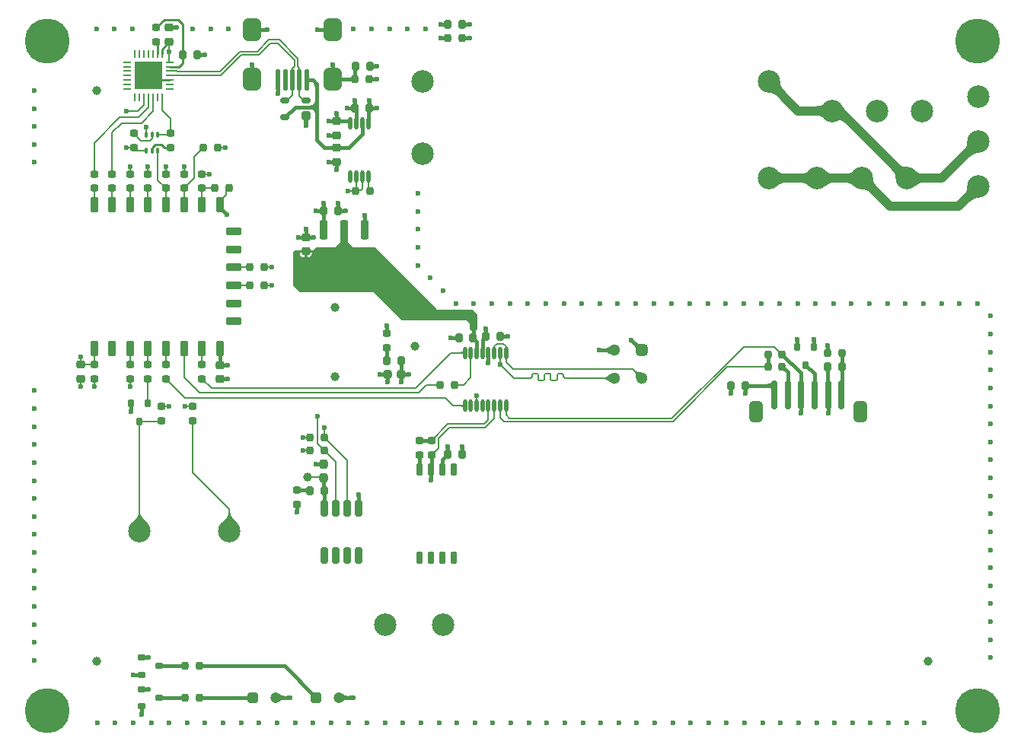
<source format=gtl>
G04*
G04 #@! TF.GenerationSoftware,Altium Limited,Altium Designer,20.0.13 (296)*
G04*
G04 Layer_Physical_Order=1*
G04 Layer_Color=255*
%FSAX44Y44*%
%MOMM*%
G71*
G01*
G75*
%ADD10C,0.2500*%
%ADD12C,0.2000*%
%ADD66C,1.2000*%
%ADD67C,1.3000*%
G04:AMPARAMS|DCode=75|XSize=0.95mm|YSize=0.85mm|CornerRadius=0.2125mm|HoleSize=0mm|Usage=FLASHONLY|Rotation=90.000|XOffset=0mm|YOffset=0mm|HoleType=Round|Shape=RoundedRectangle|*
%AMROUNDEDRECTD75*
21,1,0.9500,0.4250,0,0,90.0*
21,1,0.5250,0.8500,0,0,90.0*
1,1,0.4250,0.2125,0.2625*
1,1,0.4250,0.2125,-0.2625*
1,1,0.4250,-0.2125,-0.2625*
1,1,0.4250,-0.2125,0.2625*
%
%ADD75ROUNDEDRECTD75*%
G04:AMPARAMS|DCode=76|XSize=0.85mm|YSize=0.8mm|CornerRadius=0.2mm|HoleSize=0mm|Usage=FLASHONLY|Rotation=270.000|XOffset=0mm|YOffset=0mm|HoleType=Round|Shape=RoundedRectangle|*
%AMROUNDEDRECTD76*
21,1,0.8500,0.4000,0,0,270.0*
21,1,0.4500,0.8000,0,0,270.0*
1,1,0.4000,-0.2000,-0.2250*
1,1,0.4000,-0.2000,0.2250*
1,1,0.4000,0.2000,0.2250*
1,1,0.4000,0.2000,-0.2250*
%
%ADD76ROUNDEDRECTD76*%
G04:AMPARAMS|DCode=77|XSize=0.94mm|YSize=0.98mm|CornerRadius=0.235mm|HoleSize=0mm|Usage=FLASHONLY|Rotation=90.000|XOffset=0mm|YOffset=0mm|HoleType=Round|Shape=RoundedRectangle|*
%AMROUNDEDRECTD77*
21,1,0.9400,0.5100,0,0,90.0*
21,1,0.4700,0.9800,0,0,90.0*
1,1,0.4700,0.2550,0.2350*
1,1,0.4700,0.2550,-0.2350*
1,1,0.4700,-0.2550,-0.2350*
1,1,0.4700,-0.2550,0.2350*
%
%ADD77ROUNDEDRECTD77*%
G04:AMPARAMS|DCode=78|XSize=1.5mm|YSize=2.3mm|CornerRadius=0.375mm|HoleSize=0mm|Usage=FLASHONLY|Rotation=180.000|XOffset=0mm|YOffset=0mm|HoleType=Round|Shape=RoundedRectangle|*
%AMROUNDEDRECTD78*
21,1,1.5000,1.5500,0,0,180.0*
21,1,0.7500,2.3000,0,0,180.0*
1,1,0.7500,-0.3750,0.7750*
1,1,0.7500,0.3750,0.7750*
1,1,0.7500,0.3750,-0.7750*
1,1,0.7500,-0.3750,-0.7750*
%
%ADD78ROUNDEDRECTD78*%
G04:AMPARAMS|DCode=79|XSize=0.7mm|YSize=3.2mm|CornerRadius=0.175mm|HoleSize=0mm|Usage=FLASHONLY|Rotation=180.000|XOffset=0mm|YOffset=0mm|HoleType=Round|Shape=RoundedRectangle|*
%AMROUNDEDRECTD79*
21,1,0.7000,2.8500,0,0,180.0*
21,1,0.3500,3.2000,0,0,180.0*
1,1,0.3500,-0.1750,1.4250*
1,1,0.3500,0.1750,1.4250*
1,1,0.3500,0.1750,-1.4250*
1,1,0.3500,-0.1750,-1.4250*
%
%ADD79ROUNDEDRECTD79*%
G04:AMPARAMS|DCode=80|XSize=2mm|YSize=2.5mm|CornerRadius=0.5mm|HoleSize=0mm|Usage=FLASHONLY|Rotation=180.000|XOffset=0mm|YOffset=0mm|HoleType=Round|Shape=RoundedRectangle|*
%AMROUNDEDRECTD80*
21,1,2.0000,1.5000,0,0,180.0*
21,1,1.0000,2.5000,0,0,180.0*
1,1,1.0000,-0.5000,0.7500*
1,1,1.0000,0.5000,0.7500*
1,1,1.0000,0.5000,-0.7500*
1,1,1.0000,-0.5000,-0.7500*
%
%ADD80ROUNDEDRECTD80*%
G04:AMPARAMS|DCode=81|XSize=0.5mm|YSize=2.3mm|CornerRadius=0.125mm|HoleSize=0mm|Usage=FLASHONLY|Rotation=180.000|XOffset=0mm|YOffset=0mm|HoleType=Round|Shape=RoundedRectangle|*
%AMROUNDEDRECTD81*
21,1,0.5000,2.0500,0,0,180.0*
21,1,0.2500,2.3000,0,0,180.0*
1,1,0.2500,-0.1250,1.0250*
1,1,0.2500,0.1250,1.0250*
1,1,0.2500,0.1250,-1.0250*
1,1,0.2500,-0.1250,-1.0250*
%
%ADD81ROUNDEDRECTD81*%
G04:AMPARAMS|DCode=82|XSize=0.6mm|YSize=0.9mm|CornerRadius=0.15mm|HoleSize=0mm|Usage=FLASHONLY|Rotation=90.000|XOffset=0mm|YOffset=0mm|HoleType=Round|Shape=RoundedRectangle|*
%AMROUNDEDRECTD82*
21,1,0.6000,0.6000,0,0,90.0*
21,1,0.3000,0.9000,0,0,90.0*
1,1,0.3000,0.3000,0.1500*
1,1,0.3000,0.3000,-0.1500*
1,1,0.3000,-0.3000,-0.1500*
1,1,0.3000,-0.3000,0.1500*
%
%ADD82ROUNDEDRECTD82*%
G04:AMPARAMS|DCode=83|XSize=0.6mm|YSize=0.9mm|CornerRadius=0.15mm|HoleSize=0mm|Usage=FLASHONLY|Rotation=0.000|XOffset=0mm|YOffset=0mm|HoleType=Round|Shape=RoundedRectangle|*
%AMROUNDEDRECTD83*
21,1,0.6000,0.6000,0,0,0.0*
21,1,0.3000,0.9000,0,0,0.0*
1,1,0.3000,0.1500,-0.3000*
1,1,0.3000,-0.1500,-0.3000*
1,1,0.3000,-0.1500,0.3000*
1,1,0.3000,0.1500,0.3000*
%
%ADD83ROUNDEDRECTD83*%
G04:AMPARAMS|DCode=84|XSize=0.3mm|YSize=0.66mm|CornerRadius=0.075mm|HoleSize=0mm|Usage=FLASHONLY|Rotation=180.000|XOffset=0mm|YOffset=0mm|HoleType=Round|Shape=RoundedRectangle|*
%AMROUNDEDRECTD84*
21,1,0.3000,0.5100,0,0,180.0*
21,1,0.1500,0.6600,0,0,180.0*
1,1,0.1500,-0.0750,0.2550*
1,1,0.1500,0.0750,0.2550*
1,1,0.1500,0.0750,-0.2550*
1,1,0.1500,-0.0750,-0.2550*
%
%ADD84ROUNDEDRECTD84*%
G04:AMPARAMS|DCode=85|XSize=1mm|YSize=1mm|CornerRadius=0.25mm|HoleSize=0mm|Usage=FLASHONLY|Rotation=270.000|XOffset=0mm|YOffset=0mm|HoleType=Round|Shape=RoundedRectangle|*
%AMROUNDEDRECTD85*
21,1,1.0000,0.5000,0,0,270.0*
21,1,0.5000,1.0000,0,0,270.0*
1,1,0.5000,-0.2500,-0.2500*
1,1,0.5000,-0.2500,0.2500*
1,1,0.5000,0.2500,0.2500*
1,1,0.5000,0.2500,-0.2500*
%
%ADD85ROUNDEDRECTD85*%
G04:AMPARAMS|DCode=86|XSize=0.6mm|YSize=1mm|CornerRadius=0.15mm|HoleSize=0mm|Usage=FLASHONLY|Rotation=270.000|XOffset=0mm|YOffset=0mm|HoleType=Round|Shape=RoundedRectangle|*
%AMROUNDEDRECTD86*
21,1,0.6000,0.7000,0,0,270.0*
21,1,0.3000,1.0000,0,0,270.0*
1,1,0.3000,-0.3500,-0.1500*
1,1,0.3000,-0.3500,0.1500*
1,1,0.3000,0.3500,0.1500*
1,1,0.3000,0.3500,-0.1500*
%
%ADD86ROUNDEDRECTD86*%
G04:AMPARAMS|DCode=87|XSize=0.85mm|YSize=0.8mm|CornerRadius=0.2mm|HoleSize=0mm|Usage=FLASHONLY|Rotation=0.000|XOffset=0mm|YOffset=0mm|HoleType=Round|Shape=RoundedRectangle|*
%AMROUNDEDRECTD87*
21,1,0.8500,0.4000,0,0,0.0*
21,1,0.4500,0.8000,0,0,0.0*
1,1,0.4000,0.2250,-0.2000*
1,1,0.4000,-0.2250,-0.2000*
1,1,0.4000,-0.2250,0.2000*
1,1,0.4000,0.2250,0.2000*
%
%ADD87ROUNDEDRECTD87*%
%ADD88C,1.0000*%
G04:AMPARAMS|DCode=89|XSize=0.94mm|YSize=0.98mm|CornerRadius=0.235mm|HoleSize=0mm|Usage=FLASHONLY|Rotation=180.000|XOffset=0mm|YOffset=0mm|HoleType=Round|Shape=RoundedRectangle|*
%AMROUNDEDRECTD89*
21,1,0.9400,0.5100,0,0,180.0*
21,1,0.4700,0.9800,0,0,180.0*
1,1,0.4700,-0.2350,0.2550*
1,1,0.4700,0.2350,0.2550*
1,1,0.4700,0.2350,-0.2550*
1,1,0.4700,-0.2350,-0.2550*
%
%ADD89ROUNDEDRECTD89*%
%ADD90R,3.1300X3.1300*%
G04:AMPARAMS|DCode=91|XSize=0.25mm|YSize=0.9mm|CornerRadius=0.0625mm|HoleSize=0mm|Usage=FLASHONLY|Rotation=180.000|XOffset=0mm|YOffset=0mm|HoleType=Round|Shape=RoundedRectangle|*
%AMROUNDEDRECTD91*
21,1,0.2500,0.7750,0,0,180.0*
21,1,0.1250,0.9000,0,0,180.0*
1,1,0.1250,-0.0625,0.3875*
1,1,0.1250,0.0625,0.3875*
1,1,0.1250,0.0625,-0.3875*
1,1,0.1250,-0.0625,-0.3875*
%
%ADD91ROUNDEDRECTD91*%
G04:AMPARAMS|DCode=92|XSize=0.25mm|YSize=0.9mm|CornerRadius=0.0625mm|HoleSize=0mm|Usage=FLASHONLY|Rotation=270.000|XOffset=0mm|YOffset=0mm|HoleType=Round|Shape=RoundedRectangle|*
%AMROUNDEDRECTD92*
21,1,0.2500,0.7750,0,0,270.0*
21,1,0.1250,0.9000,0,0,270.0*
1,1,0.1250,-0.3875,-0.0625*
1,1,0.1250,-0.3875,0.0625*
1,1,0.1250,0.3875,0.0625*
1,1,0.1250,0.3875,-0.0625*
%
%ADD92ROUNDEDRECTD92*%
G04:AMPARAMS|DCode=93|XSize=1.7mm|YSize=0.9mm|CornerRadius=0.225mm|HoleSize=0mm|Usage=FLASHONLY|Rotation=90.000|XOffset=0mm|YOffset=0mm|HoleType=Round|Shape=RoundedRectangle|*
%AMROUNDEDRECTD93*
21,1,1.7000,0.4500,0,0,90.0*
21,1,1.2500,0.9000,0,0,90.0*
1,1,0.4500,0.2250,0.6250*
1,1,0.4500,0.2250,-0.6250*
1,1,0.4500,-0.2250,-0.6250*
1,1,0.4500,-0.2250,0.6250*
%
%ADD93ROUNDEDRECTD93*%
G04:AMPARAMS|DCode=94|XSize=1.7mm|YSize=0.9mm|CornerRadius=0.225mm|HoleSize=0mm|Usage=FLASHONLY|Rotation=180.000|XOffset=0mm|YOffset=0mm|HoleType=Round|Shape=RoundedRectangle|*
%AMROUNDEDRECTD94*
21,1,1.7000,0.4500,0,0,180.0*
21,1,1.2500,0.9000,0,0,180.0*
1,1,0.4500,-0.6250,0.2250*
1,1,0.4500,0.6250,0.2250*
1,1,0.4500,0.6250,-0.2250*
1,1,0.4500,-0.6250,-0.2250*
%
%ADD94ROUNDEDRECTD94*%
G04:AMPARAMS|DCode=95|XSize=1.8mm|YSize=0.8mm|CornerRadius=0.2mm|HoleSize=0mm|Usage=FLASHONLY|Rotation=270.000|XOffset=0mm|YOffset=0mm|HoleType=Round|Shape=RoundedRectangle|*
%AMROUNDEDRECTD95*
21,1,1.8000,0.4000,0,0,270.0*
21,1,1.4000,0.8000,0,0,270.0*
1,1,0.4000,-0.2000,-0.7000*
1,1,0.4000,-0.2000,0.7000*
1,1,0.4000,0.2000,0.7000*
1,1,0.4000,0.2000,-0.7000*
%
%ADD95ROUNDEDRECTD95*%
G04:AMPARAMS|DCode=96|XSize=1.35mm|YSize=0.7mm|CornerRadius=0.175mm|HoleSize=0mm|Usage=FLASHONLY|Rotation=270.000|XOffset=0mm|YOffset=0mm|HoleType=Round|Shape=RoundedRectangle|*
%AMROUNDEDRECTD96*
21,1,1.3500,0.3500,0,0,270.0*
21,1,1.0000,0.7000,0,0,270.0*
1,1,0.3500,-0.1750,-0.5000*
1,1,0.3500,-0.1750,0.5000*
1,1,0.3500,0.1750,0.5000*
1,1,0.3500,0.1750,-0.5000*
%
%ADD96ROUNDEDRECTD96*%
G04:AMPARAMS|DCode=97|XSize=3.2mm|YSize=2.15mm|CornerRadius=0.5375mm|HoleSize=0mm|Usage=FLASHONLY|Rotation=0.000|XOffset=0mm|YOffset=0mm|HoleType=Round|Shape=RoundedRectangle|*
%AMROUNDEDRECTD97*
21,1,3.2000,1.0750,0,0,0.0*
21,1,2.1250,2.1500,0,0,0.0*
1,1,1.0750,1.0625,-0.5375*
1,1,1.0750,-1.0625,-0.5375*
1,1,1.0750,-1.0625,0.5375*
1,1,1.0750,1.0625,0.5375*
%
%ADD97ROUNDEDRECTD97*%
G04:AMPARAMS|DCode=98|XSize=0.9mm|YSize=2.15mm|CornerRadius=0.225mm|HoleSize=0mm|Usage=FLASHONLY|Rotation=0.000|XOffset=0mm|YOffset=0mm|HoleType=Round|Shape=RoundedRectangle|*
%AMROUNDEDRECTD98*
21,1,0.9000,1.7000,0,0,0.0*
21,1,0.4500,2.1500,0,0,0.0*
1,1,0.4500,0.2250,-0.8500*
1,1,0.4500,-0.2250,-0.8500*
1,1,0.4500,-0.2250,0.8500*
1,1,0.4500,0.2250,0.8500*
%
%ADD98ROUNDEDRECTD98*%
%ADD99O,0.4500X1.4000*%
G04:AMPARAMS|DCode=100|XSize=0.95mm|YSize=0.85mm|CornerRadius=0.2125mm|HoleSize=0mm|Usage=FLASHONLY|Rotation=0.000|XOffset=0mm|YOffset=0mm|HoleType=Round|Shape=RoundedRectangle|*
%AMROUNDEDRECTD100*
21,1,0.9500,0.4250,0,0,0.0*
21,1,0.5250,0.8500,0,0,0.0*
1,1,0.4250,0.2625,-0.2125*
1,1,0.4250,-0.2625,-0.2125*
1,1,0.4250,-0.2625,0.2125*
1,1,0.4250,0.2625,0.2125*
%
%ADD100ROUNDEDRECTD100*%
%ADD101C,0.4000*%
%ADD102C,0.2078*%
%ADD103C,0.4500*%
%ADD104C,1.0000*%
%ADD105C,0.5000*%
%ADD106C,2.5000*%
G04:AMPARAMS|DCode=107|XSize=1.2mm|YSize=1.2mm|CornerRadius=0.3mm|HoleSize=0mm|Usage=FLASHONLY|Rotation=0.000|XOffset=0mm|YOffset=0mm|HoleType=Round|Shape=RoundedRectangle|*
%AMROUNDEDRECTD107*
21,1,1.2000,0.6000,0,0,0.0*
21,1,0.6000,1.2000,0,0,0.0*
1,1,0.6000,0.3000,-0.3000*
1,1,0.6000,-0.3000,-0.3000*
1,1,0.6000,-0.3000,0.3000*
1,1,0.6000,0.3000,0.3000*
%
%ADD107ROUNDEDRECTD107*%
%ADD108C,5.0000*%
G04:AMPARAMS|DCode=109|XSize=1.3mm|YSize=1.3mm|CornerRadius=0.325mm|HoleSize=0mm|Usage=FLASHONLY|Rotation=90.000|XOffset=0mm|YOffset=0mm|HoleType=Round|Shape=RoundedRectangle|*
%AMROUNDEDRECTD109*
21,1,1.3000,0.6500,0,0,90.0*
21,1,0.6500,1.3000,0,0,90.0*
1,1,0.6500,0.3250,0.3250*
1,1,0.6500,0.3250,-0.3250*
1,1,0.6500,-0.3250,-0.3250*
1,1,0.6500,-0.3250,0.3250*
%
%ADD109ROUNDEDRECTD109*%
%ADD110C,0.6000*%
G36*
X00298957Y00047500D02*
X00298400Y00047478D01*
X00297857Y00047412D01*
X00297327Y00047302D01*
X00296810Y00047148D01*
X00296306Y00046950D01*
X00295816Y00046708D01*
X00295338Y00046422D01*
X00294874Y00046092D01*
X00294423Y00045718D01*
X00293985Y00045300D01*
Y00053700D01*
X00294423Y00053282D01*
X00294874Y00052908D01*
X00295338Y00052578D01*
X00295816Y00052292D01*
X00296306Y00052050D01*
X00296810Y00051852D01*
X00297327Y00051698D01*
X00297857Y00051588D01*
X00298400Y00051522D01*
X00298957Y00051500D01*
Y00047500D01*
D02*
G37*
G36*
X00139000Y00254710D02*
X00139078Y00253981D01*
X00139310Y00253169D01*
X00139698Y00252274D01*
X00140240Y00251295D01*
X00140938Y00250233D01*
X00141790Y00249088D01*
X00143960Y00246549D01*
X00146750Y00243677D01*
X00129250D01*
X00130723Y00245154D01*
X00134210Y00249088D01*
X00135063Y00250233D01*
X00135760Y00251295D01*
X00136302Y00252274D01*
X00136690Y00253169D01*
X00136923Y00253981D01*
X00137000Y00254710D01*
X00139000D01*
D02*
G37*
G36*
X00239000D02*
X00239077Y00253981D01*
X00239310Y00253169D01*
X00239697Y00252274D01*
X00240240Y00251295D01*
X00240938Y00250233D01*
X00241790Y00249088D01*
X00243960Y00246549D01*
X00246750Y00243677D01*
X00229250D01*
X00230723Y00245154D01*
X00234210Y00249088D01*
X00235063Y00250233D01*
X00235760Y00251295D01*
X00236303Y00252274D01*
X00236690Y00253169D01*
X00236922Y00253981D01*
X00237000Y00254710D01*
X00239000D01*
D02*
G37*
G36*
X00497768Y00372250D02*
X00497747Y00372440D01*
X00497686Y00372610D01*
X00497585Y00372760D01*
X00497443Y00372890D01*
X00497260Y00373000D01*
X00497037Y00373090D01*
X00496773Y00373160D01*
X00496468Y00373210D01*
X00496123Y00373240D01*
X00495737Y00373250D01*
Y00375250D01*
X00496123Y00375260D01*
X00496468Y00375290D01*
X00496773Y00375340D01*
X00497037Y00375410D01*
X00497260Y00375500D01*
X00497443Y00375610D01*
X00497585Y00375740D01*
X00497686Y00375890D01*
X00497747Y00376060D01*
X00497768Y00376250D01*
Y00372250D01*
D02*
G37*
G36*
X00303608Y00047400D02*
X00303571Y00047419D01*
X00303500Y00047436D01*
X00303396Y00047451D01*
X00303085Y00047475D01*
X00302056Y00047499D01*
X00301714Y00047500D01*
Y00051500D01*
X00303608Y00051600D01*
Y00047400D01*
D02*
G37*
G36*
X00373608Y00047400D02*
X00373571Y00047419D01*
X00373501Y00047436D01*
X00373396Y00047451D01*
X00373085Y00047475D01*
X00372056Y00047499D01*
X00371714Y00047500D01*
Y00051500D01*
X00373608Y00051600D01*
Y00047400D01*
D02*
G37*
G36*
X00364423Y00053282D02*
X00364874Y00052908D01*
X00365338Y00052578D01*
X00365816Y00052292D01*
X00366306Y00052050D01*
X00366810Y00051852D01*
X00367327Y00051698D01*
X00367857Y00051588D01*
X00368400Y00051522D01*
X00368957Y00051500D01*
Y00047500D01*
X00368400Y00047478D01*
X00367857Y00047412D01*
X00367327Y00047302D01*
X00366810Y00047148D01*
X00366306Y00046950D01*
X00365816Y00046708D01*
X00365338Y00046422D01*
X00364874Y00046092D01*
X00364423Y00045718D01*
X00363985Y00045300D01*
Y00053700D01*
X00364423Y00053282D01*
D02*
G37*
G36*
X00337250Y00706500D02*
X00332750Y00699750D01*
X00332705Y00700605D01*
X00332570Y00701370D01*
X00332345Y00702045D01*
X00332030Y00702630D01*
X00331625Y00703125D01*
X00331130Y00703530D01*
X00330545Y00703845D01*
X00329870Y00704070D01*
X00329105Y00704205D01*
X00328250Y00704250D01*
Y00708750D01*
X00329105Y00708795D01*
X00329870Y00708930D01*
X00330545Y00709155D01*
X00331130Y00709470D01*
X00331625Y00709875D01*
X00332030Y00710370D01*
X00332345Y00710955D01*
X00332570Y00711630D01*
X00332705Y00712395D01*
X00332750Y00713250D01*
X00337250Y00706500D01*
D02*
G37*
G36*
X00370000Y00556000D02*
X00375750Y00550250D01*
X00400250D01*
X00469000Y00481500D01*
X00508000D01*
X00513750Y00475750D01*
Y00459750D01*
X00511750Y00457750D01*
X00507750D01*
X00505500Y00460000D01*
Y00465500D01*
X00501750Y00469250D01*
X00429750D01*
X00398000Y00501000D01*
X00316250D01*
X00309000Y00508250D01*
Y00545250D01*
X00311250Y00547500D01*
X00316169D01*
Y00547500D01*
X00316169Y00547500D01*
X00329831D01*
X00329831Y00547500D01*
Y00547500D01*
X00331875D01*
X00334625Y00550250D01*
X00355250D01*
X00361000Y00556000D01*
Y00556475D01*
D01*
Y00570250D01*
X00370000D01*
Y00556000D01*
D02*
G37*
G36*
X00661108Y00431450D02*
X00660649Y00431887D01*
X00660172Y00432278D01*
X00659679Y00432623D01*
X00659169Y00432922D01*
X00658642Y00433175D01*
X00658098Y00433382D01*
X00657537Y00433543D01*
X00656959Y00433658D01*
X00656364Y00433727D01*
X00655752Y00433750D01*
Y00438250D01*
X00656364Y00438273D01*
X00656959Y00438342D01*
X00657537Y00438457D01*
X00658098Y00438618D01*
X00658642Y00438825D01*
X00659169Y00439078D01*
X00659679Y00439377D01*
X00660172Y00439722D01*
X00660649Y00440113D01*
X00661108Y00440550D01*
Y00431450D01*
D02*
G37*
G36*
X00497768Y00431250D02*
X00497747Y00431440D01*
X00497686Y00431610D01*
X00497585Y00431760D01*
X00497443Y00431890D01*
X00497260Y00432000D01*
X00497037Y00432090D01*
X00496773Y00432160D01*
X00496468Y00432210D01*
X00496123Y00432240D01*
X00495737Y00432250D01*
Y00434250D01*
X00496123Y00434260D01*
X00496468Y00434290D01*
X00496773Y00434340D01*
X00497037Y00434410D01*
X00497260Y00434500D01*
X00497443Y00434610D01*
X00497585Y00434740D01*
X00497686Y00434890D01*
X00497747Y00435060D01*
X00497768Y00435250D01*
Y00431250D01*
D02*
G37*
G36*
X00661108Y00400450D02*
X00660425Y00401124D01*
X00659135Y00402261D01*
X00658529Y00402722D01*
X00657948Y00403112D01*
X00657393Y00403432D01*
X00656863Y00403680D01*
X00656359Y00403858D01*
X00655880Y00403965D01*
X00655427Y00404000D01*
Y00406000D01*
X00655880Y00406035D01*
X00656359Y00406142D01*
X00656863Y00406320D01*
X00657393Y00406568D01*
X00657948Y00406888D01*
X00658529Y00407278D01*
X00659135Y00407739D01*
X00660425Y00408876D01*
X00661108Y00409550D01*
Y00400450D01*
D02*
G37*
G36*
X00850534Y00733832D02*
X00850660Y00732805D01*
X00850877Y00731793D01*
X00851185Y00730796D01*
X00851583Y00729814D01*
X00852073Y00728847D01*
X00852653Y00727895D01*
X00853325Y00726959D01*
X00854087Y00726038D01*
X00854940Y00725131D01*
X00847869Y00718060D01*
X00846963Y00718913D01*
X00846041Y00719676D01*
X00845105Y00720347D01*
X00844153Y00720927D01*
X00843186Y00721417D01*
X00842204Y00721815D01*
X00841207Y00722123D01*
X00840195Y00722340D01*
X00839168Y00722466D01*
X00838125Y00722501D01*
X00850499Y00734875D01*
X00850534Y00733832D01*
D02*
G37*
G36*
X00899573Y00693750D02*
X00898811Y00694463D01*
X00897996Y00695100D01*
X00897127Y00695663D01*
X00896204Y00696150D01*
X00895228Y00696562D01*
X00894198Y00696900D01*
X00893115Y00697162D01*
X00891978Y00697350D01*
X00890788Y00697462D01*
X00889544Y00697500D01*
Y00707500D01*
X00890788Y00707538D01*
X00891978Y00707650D01*
X00893115Y00707838D01*
X00894198Y00708100D01*
X00895228Y00708438D01*
X00896204Y00708850D01*
X00897127Y00709337D01*
X00897996Y00709900D01*
X00898811Y00710537D01*
X00899573Y00711250D01*
Y00693750D01*
D02*
G37*
G36*
X00901189Y00635537D02*
X00902004Y00634900D01*
X00902873Y00634338D01*
X00903796Y00633850D01*
X00904772Y00633438D01*
X00905802Y00633100D01*
X00906885Y00632837D01*
X00908022Y00632650D01*
X00909212Y00632537D01*
X00910456Y00632500D01*
Y00622500D01*
X00909212Y00622463D01*
X00908022Y00622350D01*
X00906885Y00622163D01*
X00905802Y00621900D01*
X00904772Y00621562D01*
X00903796Y00621150D01*
X00902873Y00620662D01*
X00902004Y00620100D01*
X00901189Y00619463D01*
X00900427Y00618750D01*
Y00636250D01*
X00901189Y00635537D01*
D02*
G37*
G36*
X00882573Y00618750D02*
X00881811Y00619463D01*
X00880996Y00620100D01*
X00880127Y00620662D01*
X00879204Y00621150D01*
X00878228Y00621562D01*
X00877198Y00621900D01*
X00876115Y00622163D01*
X00874978Y00622350D01*
X00873788Y00622463D01*
X00872544Y00622500D01*
Y00632500D01*
X00873788Y00632537D01*
X00874978Y00632650D01*
X00876115Y00632837D01*
X00877198Y00633100D01*
X00878228Y00633438D01*
X00879204Y00633850D01*
X00880127Y00634338D01*
X00880996Y00634900D01*
X00881811Y00635537D01*
X00882573Y00636250D01*
Y00618750D01*
D02*
G37*
G36*
X00847689Y00635537D02*
X00848504Y00634900D01*
X00849373Y00634338D01*
X00850296Y00633850D01*
X00851272Y00633438D01*
X00852302Y00633100D01*
X00853385Y00632837D01*
X00854522Y00632650D01*
X00855713Y00632537D01*
X00856956Y00632500D01*
Y00622500D01*
X00855713Y00622463D01*
X00854522Y00622350D01*
X00853385Y00622163D01*
X00852302Y00621900D01*
X00851272Y00621562D01*
X00850296Y00621150D01*
X00849373Y00620662D01*
X00848504Y00620100D01*
X00847689Y00619463D01*
X00846927Y00618750D01*
Y00636250D01*
X00847689Y00635537D01*
D02*
G37*
G36*
X00691184Y00444779D02*
X00692840Y00443375D01*
X00693572Y00442864D01*
X00694240Y00442480D01*
X00694843Y00442223D01*
X00695383Y00442093D01*
X00695858Y00442091D01*
X00696269Y00442215D01*
X00696617Y00442467D01*
X00690283Y00436133D01*
X00690535Y00436480D01*
X00690659Y00436892D01*
X00690657Y00437367D01*
X00690527Y00437907D01*
X00690270Y00438510D01*
X00689886Y00439178D01*
X00689375Y00439910D01*
X00688736Y00440706D01*
X00687078Y00442490D01*
X00690260Y00445672D01*
X00691184Y00444779D01*
D02*
G37*
G36*
X00690503Y00412711D02*
X00690917Y00412448D01*
X00691399Y00412217D01*
X00691949Y00412018D01*
X00692568Y00411852D01*
X00693255Y00411717D01*
X00694010Y00411614D01*
X00695725Y00411506D01*
X00696685Y00411500D01*
X00690250Y00405065D01*
X00690244Y00406025D01*
X00690136Y00407740D01*
X00690033Y00408495D01*
X00689899Y00409182D01*
X00689732Y00409801D01*
X00689533Y00410351D01*
X00689302Y00410833D01*
X00689039Y00411247D01*
X00688744Y00411592D01*
X00690158Y00413006D01*
X00690503Y00412711D01*
D02*
G37*
G36*
X00840277Y00392750D02*
X00840237Y00393130D01*
X00840116Y00393470D01*
X00839914Y00393770D01*
X00839632Y00394030D01*
X00839270Y00394250D01*
X00838826Y00394430D01*
X00838302Y00394570D01*
X00837698Y00394670D01*
X00837013Y00394730D01*
X00836247Y00394750D01*
Y00398750D01*
X00837012Y00398770D01*
X00837698Y00398830D01*
X00838302Y00398929D01*
X00838826Y00399069D01*
X00839269Y00399249D01*
X00839632Y00399468D01*
X00839914Y00399727D01*
X00840116Y00400026D01*
X00840236Y00400365D01*
X00840277Y00400744D01*
X00840277Y00392750D01*
D02*
G37*
G36*
X00920137Y00707174D02*
X00920507Y00706544D01*
X00921454Y00705169D01*
X00922031Y00704423D01*
X00924180Y00701953D01*
X00925958Y00700113D01*
X00923094Y00688835D01*
X00922158Y00689709D01*
X00921233Y00690446D01*
X00920320Y00691047D01*
X00919419Y00691510D01*
X00918531Y00691836D01*
X00917654Y00692025D01*
X00916789Y00692077D01*
X00915937Y00691992D01*
X00915097Y00691770D01*
X00914268Y00691410D01*
X00919837Y00707765D01*
X00920137Y00707174D01*
D02*
G37*
G36*
X00982538Y00643587D02*
X00983459Y00642824D01*
X00984395Y00642153D01*
X00985347Y00641573D01*
X00986314Y00641083D01*
X00987296Y00640685D01*
X00988293Y00640377D01*
X00989305Y00640160D01*
X00990332Y00640034D01*
X00991375Y00639999D01*
X00979001Y00627625D01*
X00978966Y00628668D01*
X00978840Y00629695D01*
X00978623Y00630707D01*
X00978315Y00631704D01*
X00977917Y00632686D01*
X00977427Y00633653D01*
X00976847Y00634605D01*
X00976176Y00635541D01*
X00975413Y00636463D01*
X00974560Y00637369D01*
X00981631Y00644440D01*
X00982538Y00643587D01*
D02*
G37*
G36*
X00932573Y00618750D02*
X00931811Y00619463D01*
X00930996Y00620100D01*
X00930127Y00620662D01*
X00929204Y00621150D01*
X00928228Y00621562D01*
X00927198Y00621900D01*
X00926115Y00622163D01*
X00924978Y00622350D01*
X00923788Y00622463D01*
X00922544Y00622500D01*
Y00632500D01*
X00923788Y00632537D01*
X00924978Y00632650D01*
X00926115Y00632837D01*
X00927198Y00633100D01*
X00928228Y00633438D01*
X00929204Y00633850D01*
X00930127Y00634338D01*
X00930996Y00634900D01*
X00931811Y00635537D01*
X00932573Y00636250D01*
Y00618750D01*
D02*
G37*
G36*
X00954034Y00626333D02*
X00954160Y00625305D01*
X00954377Y00624293D01*
X00954685Y00623296D01*
X00955083Y00622314D01*
X00955573Y00621347D01*
X00956153Y00620395D01*
X00956824Y00619459D01*
X00957587Y00618537D01*
X00958440Y00617631D01*
X00951369Y00610560D01*
X00950463Y00611413D01*
X00949541Y00612176D01*
X00948605Y00612847D01*
X00947653Y00613427D01*
X00946686Y00613917D01*
X00945704Y00614315D01*
X00944707Y00614623D01*
X00943695Y00614840D01*
X00942668Y00614966D01*
X00941625Y00615001D01*
X00953999Y00627375D01*
X00954034Y00626333D01*
D02*
G37*
G36*
X01010456Y00622500D02*
X01009212Y00622463D01*
X01008022Y00622350D01*
X01006885Y00622163D01*
X01005802Y00621900D01*
X01004772Y00621562D01*
X01003796Y00621150D01*
X01002873Y00620662D01*
X01002004Y00620100D01*
X01001189Y00619463D01*
X01000427Y00618750D01*
Y00636250D01*
X01001189Y00635537D01*
X01002004Y00634900D01*
X01002873Y00634338D01*
X01003796Y00633850D01*
X01004772Y00633438D01*
X01005802Y00633100D01*
X01006885Y00632837D01*
X01008022Y00632650D01*
X01009212Y00632537D01*
X01010456Y00632500D01*
Y00622500D01*
D02*
G37*
G36*
X01054060Y00608131D02*
X01054913Y00609038D01*
X01055676Y00609959D01*
X01056347Y00610895D01*
X01056927Y00611847D01*
X01057417Y00612814D01*
X01057815Y00613796D01*
X01058123Y00614793D01*
X01058340Y00615805D01*
X01058466Y00616832D01*
X01058501Y00617875D01*
X01070875Y00605501D01*
X01069832Y00605466D01*
X01068805Y00605340D01*
X01067793Y00605123D01*
X01066796Y00604815D01*
X01065814Y00604417D01*
X01064847Y00603927D01*
X01063895Y00603347D01*
X01062959Y00602676D01*
X01062038Y00601913D01*
X01061131Y00601060D01*
X01054060Y00608131D01*
D02*
G37*
G36*
Y00658131D02*
X01054913Y00659037D01*
X01055676Y00659959D01*
X01056347Y00660895D01*
X01056927Y00661847D01*
X01057417Y00662814D01*
X01057815Y00663796D01*
X01058123Y00664793D01*
X01058340Y00665805D01*
X01058466Y00666832D01*
X01058501Y00667875D01*
X01070875Y00655501D01*
X01069832Y00655466D01*
X01068805Y00655340D01*
X01067793Y00655123D01*
X01066796Y00654815D01*
X01065814Y00654417D01*
X01064847Y00653927D01*
X01063895Y00653347D01*
X01062959Y00652676D01*
X01062038Y00651913D01*
X01061131Y00651060D01*
X01054060Y00658131D01*
D02*
G37*
%LPC*%
G36*
X00329831Y00544500D02*
X00324500D01*
Y00539669D01*
X00325625D01*
X00327234Y00539989D01*
X00328599Y00540901D01*
X00329511Y00542266D01*
X00329831Y00543875D01*
Y00544500D01*
D02*
G37*
G36*
X00321500D02*
X00316169D01*
Y00543875D01*
X00316489Y00542266D01*
X00317401Y00540901D01*
X00318766Y00539989D01*
X00320375Y00539669D01*
X00321500D01*
Y00544500D01*
D02*
G37*
%LPD*%
D10*
X00172490Y00661750D02*
X00172500Y00661740D01*
X00165500Y00661750D02*
X00172490D01*
X00162250Y00665000D02*
X00165500Y00661750D01*
X00155250Y00665000D02*
X00162250D01*
X00152000Y00661750D02*
X00155250Y00665000D01*
X00152000Y00657790D02*
Y00661750D01*
X00148000Y00741640D02*
X00153000Y00736640D01*
X00172000D01*
X00156750Y00794890D02*
X00165360Y00803500D01*
X00181250D01*
X00185750Y00799000D01*
Y00764890D02*
Y00799000D01*
X00163000Y00771140D02*
X00171250Y00779390D01*
X00163000Y00765640D02*
Y00771140D01*
X00156750Y00778890D02*
X00158000Y00777640D01*
Y00765640D02*
Y00777640D01*
X00185750Y00764890D02*
X00185750Y00764890D01*
X00185750Y00755750D02*
Y00764890D01*
X00181640Y00751640D02*
X00185750Y00755750D01*
X00172000Y00751640D02*
X00181640D01*
D12*
X00444500Y00440000D02*
Y00440750D01*
X00325000Y00294750D02*
X00342750D01*
Y00294350D02*
Y00294750D01*
X00844250Y00440000D02*
X00852750Y00431500D01*
X00809654Y00440000D02*
X00844250D01*
X00729904Y00360250D02*
X00809654Y00440000D01*
X00549500Y00360250D02*
X00729904D01*
X00545500Y00364250D02*
X00549500Y00360250D01*
X00545500Y00364250D02*
Y00374250D01*
X00791750Y00417500D02*
X00836750D01*
X00731250Y00357000D02*
X00791750Y00417500D01*
X00543000Y00357000D02*
X00731250D01*
X00539000Y00361000D02*
X00543000Y00357000D01*
X00539000Y00361000D02*
Y00374250D01*
X00072500Y00420240D02*
Y00428490D01*
X00145500Y00676190D02*
Y00684440D01*
X00225250Y00661750D02*
X00233500D01*
X00198500Y00651000D02*
X00209250Y00661750D01*
X00198500Y00627240D02*
Y00651000D01*
X00235990Y00616740D02*
X00237500D01*
X00234500Y00609250D02*
Y00615250D01*
X00235990Y00616740D01*
X00228500Y00603250D02*
X00234500Y00609250D01*
X00335750Y00332250D02*
Y00362750D01*
X00127500Y00632240D02*
Y00640490D01*
X00343750Y00338750D02*
Y00350000D01*
X00513000Y00374250D02*
Y00385500D01*
X00207500Y00632240D02*
X00215750D01*
X00610684Y00405000D02*
X00638013D01*
X00609284Y00406400D02*
X00610684Y00405000D01*
X00609284Y00406400D02*
Y00408232D01*
X00607884Y00409632D02*
X00609284Y00408232D01*
X00603684Y00409632D02*
X00607884D01*
X00602284Y00408232D02*
X00603684Y00409632D01*
X00602284Y00403400D02*
Y00408232D01*
X00600884Y00402000D02*
X00602284Y00403400D01*
X00596684Y00402000D02*
X00600884D01*
X00595284Y00403400D02*
X00596684Y00402000D01*
X00595284Y00403400D02*
Y00408958D01*
X00593884Y00410358D02*
X00595284Y00408958D01*
X00589684Y00410358D02*
X00593884D01*
X00588284Y00408958D02*
X00589684Y00410358D01*
X00588284Y00403400D02*
Y00408958D01*
X00586884Y00402000D02*
X00588284Y00403400D01*
X00582684Y00402000D02*
X00586884D01*
X00581284Y00403400D02*
X00582684Y00402000D01*
X00581284Y00403400D02*
Y00408958D01*
X00579884Y00410358D02*
X00581284Y00408958D01*
X00575684Y00410358D02*
X00579884D01*
X00574284Y00408958D02*
X00575684Y00410358D01*
X00574284Y00406400D02*
Y00408958D01*
X00572884Y00405000D02*
X00574284Y00406400D01*
X00571884Y00405000D02*
X00572884D01*
X00554000D02*
X00571884D01*
X00638013D02*
X00665750D01*
X00539000Y00420000D02*
Y00433250D01*
Y00420000D02*
X00554000Y00405000D01*
X00545500Y00422750D02*
Y00433250D01*
Y00422750D02*
X00553250Y00415000D01*
X00686750D01*
X00696750Y00405000D01*
X00542587Y00443413D02*
X00545500Y00440500D01*
Y00433250D02*
Y00440500D01*
X00532500Y00433250D02*
Y00440500D01*
X00535413Y00443413D01*
X00542587Y00443413D01*
X00463000Y00319750D02*
X00470250Y00327000D01*
Y00338404D02*
X00482096Y00350250D01*
X00470250Y00327000D02*
Y00338404D01*
X00482096Y00350250D02*
X00522250D01*
X00526000Y00358596D02*
Y00374250D01*
X00521154Y00353750D02*
X00526000Y00358596D01*
X00481000Y00353750D02*
X00521154D01*
X00463000Y00335750D02*
X00481000Y00353750D01*
X00532500Y00360500D02*
Y00374250D01*
X00522250Y00350250D02*
X00532500Y00360500D01*
X00167500Y00404240D02*
X00188740Y00383000D01*
X00478000D02*
X00486750Y00374250D01*
X00188740Y00383000D02*
X00478000D01*
X00500000Y00374250D02*
X00500000Y00374250D01*
X00486750Y00374250D02*
X00500000D01*
X00484500Y00433250D02*
X00500000D01*
X00445000Y00393750D02*
X00484500Y00433250D01*
X00457250Y00397500D02*
X00472250D01*
X00448250Y00388500D02*
X00457250Y00397500D01*
X00204500Y00388500D02*
X00448250D01*
X00187500Y00405500D02*
X00204500Y00388500D01*
X00187500Y00405500D02*
Y00438240D01*
X00162750Y00373750D02*
X00171000D01*
X00188750D02*
X00197000D01*
X00506500Y00405750D02*
Y00433250D01*
X00498250Y00397500D02*
X00506500Y00405750D01*
X00488250Y00397500D02*
X00498250D01*
X00217990Y00393750D02*
X00445000D01*
X00207500Y00404240D02*
X00217990Y00393750D01*
X00276500Y00528240D02*
X00284750D01*
X00276500Y00508240D02*
X00284750D01*
X00368600Y00260150D02*
Y00313900D01*
X00343750Y00338750D02*
X00368600Y00313900D01*
X00355900Y00260150D02*
Y00312100D01*
X00343750Y00324250D02*
X00355900Y00312100D01*
X00335750Y00332250D02*
X00343750Y00324250D01*
X00087500Y00632240D02*
Y00666500D01*
X00116000Y00695000D02*
X00137000D01*
X00087500Y00666500D02*
X00116000Y00695000D01*
X00319500Y00324250D02*
X00327750D01*
X00319500Y00338750D02*
X00327750D01*
X00172500Y00677740D02*
Y00693500D01*
X00163000Y00703000D02*
X00172500Y00693500D01*
X00163000Y00703000D02*
Y00717640D01*
X00143000Y00709000D02*
Y00717640D01*
X00136000Y00702000D02*
X00143000Y00709000D01*
X00123250Y00702000D02*
X00136000D01*
X00137000Y00695000D02*
X00148000Y00706000D01*
Y00717640D01*
X00107500Y00678500D02*
X00118000Y00689000D01*
X00140000D02*
X00153000Y00702000D01*
X00118000Y00689000D02*
X00140000D01*
X00153000Y00702000D02*
Y00717640D01*
X00123250Y00661740D02*
X00131500D01*
X00107500Y00632240D02*
Y00678500D01*
X00187500Y00616240D02*
X00198500Y00627240D01*
X00171250Y00768390D02*
Y00779390D01*
Y00757390D02*
Y00768390D01*
Y00757390D02*
X00172000Y00756640D01*
X00238000Y00234750D02*
Y00259000D01*
X00197000Y00300000D02*
X00238000Y00259000D01*
X00197000Y00300000D02*
Y00357750D01*
X00162000Y00357000D02*
X00162750Y00357750D01*
X00138000Y00357000D02*
X00162000D01*
X00138000Y00234750D02*
Y00357000D01*
X00207500Y00616240D02*
X00208000Y00616740D01*
X00221500D01*
X00207500Y00598240D02*
Y00616240D01*
X00242500Y00508240D02*
X00260500D01*
X00242500Y00528240D02*
X00260500D01*
X00147500Y00377000D02*
Y00404240D01*
X00072500Y00395990D02*
Y00404240D01*
Y00420240D02*
X00087500D01*
Y00438240D01*
X00167500Y00420240D02*
Y00438240D01*
X00147500Y00420240D02*
Y00438240D01*
X00127500D02*
X00127500Y00438240D01*
Y00420240D02*
Y00438240D01*
X00207500Y00420240D02*
Y00438240D01*
X00087500Y00598240D02*
X00087500Y00598240D01*
Y00616240D01*
X00107500Y00598240D02*
Y00616240D01*
X00127500Y00598240D02*
X00127500Y00598240D01*
Y00616240D01*
X00147500Y00598240D02*
Y00616240D01*
X00187500Y00598240D02*
X00187500Y00598240D01*
Y00616240D01*
X00167500Y00598240D02*
Y00616240D01*
X00158500Y00625240D02*
X00167500Y00616240D01*
X00158500Y00625240D02*
Y00657790D01*
X00131500Y00661740D02*
X00135450Y00657790D01*
X00145500D01*
X00131500Y00677740D02*
X00139740Y00669500D01*
X00149750D01*
X00152000Y00671750D01*
Y00676190D01*
X00158500D02*
X00172500D01*
X00172500Y00676190D02*
Y00677740D01*
X00172500Y00676190D02*
X00172500Y00676190D01*
X00392250Y00615000D02*
X00394000Y00613250D01*
X00392250Y00615000D02*
Y00629750D01*
X00378750Y00614000D02*
X00379250Y00614500D01*
X00378000Y00613250D02*
X00378750Y00614000D01*
X00384000D01*
X00385750Y00615750D01*
Y00629750D01*
X00379250Y00614500D02*
Y00629750D01*
X00369750Y00613250D02*
X00378000D01*
X00127500Y00395990D02*
Y00404240D01*
X00087500Y00395990D02*
Y00404240D01*
X00167500Y00632240D02*
Y00640490D01*
X00187500Y00632240D02*
Y00640490D01*
X00147500Y00632240D02*
Y00640490D01*
D66*
X00359700Y00049500D02*
D03*
X00289700Y00049500D02*
D03*
D67*
X00696750Y00405000D02*
D03*
X00665750D02*
D03*
Y00436000D02*
D03*
D75*
X00378000Y00752000D02*
D03*
X00394000D02*
D03*
X00481000Y00798750D02*
D03*
X00497000D02*
D03*
X00429250Y00424750D02*
D03*
X00413250D02*
D03*
X00903250Y00418000D02*
D03*
X00919250D02*
D03*
X00327200Y00279250D02*
D03*
X00343200D02*
D03*
X00497000Y00320250D02*
D03*
X00481000D02*
D03*
X00393500Y00705750D02*
D03*
X00377500D02*
D03*
X00358500Y00591000D02*
D03*
X00342500D02*
D03*
X00493000Y00450000D02*
D03*
X00509000D02*
D03*
X00539000Y00451250D02*
D03*
X00523000D02*
D03*
X00201750Y00764890D02*
D03*
X00185750D02*
D03*
X00795750Y00396750D02*
D03*
X00811750D02*
D03*
D76*
X00393500Y00737500D02*
D03*
X00377500D02*
D03*
X00472250Y00397500D02*
D03*
X00488250D02*
D03*
X00260500Y00528240D02*
D03*
X00276500D02*
D03*
X00260500Y00508240D02*
D03*
X00276500D02*
D03*
X00205000Y00084500D02*
D03*
X00189000D02*
D03*
X00205000Y00049500D02*
D03*
X00189000D02*
D03*
X00225250Y00661750D02*
D03*
X00209250D02*
D03*
X00836750Y00431500D02*
D03*
X00852750D02*
D03*
X00836750Y00417500D02*
D03*
X00852750D02*
D03*
X00919250Y00433000D02*
D03*
X00903250D02*
D03*
X00343750Y00324250D02*
D03*
X00327750D02*
D03*
X00343750Y00338750D02*
D03*
X00327750D02*
D03*
X00497000Y00783750D02*
D03*
X00481000D02*
D03*
X00394000Y00613250D02*
D03*
X00378000D02*
D03*
X00221500Y00616740D02*
D03*
X00237500D02*
D03*
D77*
X00413850Y00409250D02*
D03*
X00428650D02*
D03*
D78*
X00823250Y00368000D02*
D03*
X00939250D02*
D03*
D79*
X00843750Y00386500D02*
D03*
X00903750D02*
D03*
X00888750D02*
D03*
X00858750D02*
D03*
X00873750D02*
D03*
X00918750D02*
D03*
D80*
X00263500Y00737500D02*
D03*
Y00792500D02*
D03*
X00352500Y00737500D02*
D03*
Y00792500D02*
D03*
D81*
X00292000Y00736500D02*
D03*
X00300000D02*
D03*
X00308000D02*
D03*
X00324000D02*
D03*
X00316000D02*
D03*
D82*
X00140000Y00094000D02*
D03*
Y00075000D02*
D03*
X00160000Y00084500D02*
D03*
X00140000Y00059000D02*
D03*
Y00040000D02*
D03*
X00160000Y00049500D02*
D03*
D83*
X00147500Y00377000D02*
D03*
X00128500D02*
D03*
X00138000Y00357000D02*
D03*
X00888250Y00439750D02*
D03*
X00869250D02*
D03*
X00878750Y00419750D02*
D03*
D84*
X00145500Y00657790D02*
D03*
X00152000D02*
D03*
X00158500D02*
D03*
Y00676190D02*
D03*
X00152000D02*
D03*
X00145500D02*
D03*
D85*
X00323500Y00697000D02*
D03*
D86*
Y00714000D02*
D03*
X00299500D02*
D03*
Y00695000D02*
D03*
D87*
X00313250Y00264250D02*
D03*
Y00280250D02*
D03*
X00172500Y00661740D02*
D03*
Y00677740D02*
D03*
X00147500Y00420240D02*
D03*
Y00404240D02*
D03*
X00131500Y00677740D02*
D03*
Y00661740D02*
D03*
X00197000Y00373750D02*
D03*
Y00357750D02*
D03*
X00162750Y00373750D02*
D03*
Y00357750D02*
D03*
X00156750Y00778890D02*
D03*
Y00794890D02*
D03*
X00087500Y00632240D02*
D03*
Y00616240D02*
D03*
X00107500Y00632240D02*
D03*
Y00616240D02*
D03*
X00207500Y00632240D02*
D03*
Y00616240D02*
D03*
X00167500Y00404240D02*
D03*
Y00420240D02*
D03*
X00147500Y00616240D02*
D03*
Y00632240D02*
D03*
X00127500Y00616240D02*
D03*
Y00632240D02*
D03*
X00207500Y00404240D02*
D03*
Y00420240D02*
D03*
X00463000Y00335750D02*
D03*
Y00319750D02*
D03*
X00449000Y00335750D02*
D03*
Y00319750D02*
D03*
X00087500Y00420240D02*
D03*
Y00404240D02*
D03*
X00127500Y00420240D02*
D03*
Y00404240D02*
D03*
X00187500Y00616240D02*
D03*
Y00632240D02*
D03*
X00413250Y00455250D02*
D03*
Y00439250D02*
D03*
X00167500Y00616240D02*
D03*
Y00632240D02*
D03*
D88*
X00355000Y00406500D02*
D03*
X00090000Y00090000D02*
D03*
X01015000D02*
D03*
X00090000Y00725000D02*
D03*
X00444500Y00440750D02*
D03*
X00325000Y00294750D02*
D03*
X00355250Y00484000D02*
D03*
D89*
X00342750Y00309150D02*
D03*
Y00294350D02*
D03*
D90*
X00148000Y00741640D02*
D03*
D91*
X00163000Y00717640D02*
D03*
X00158000D02*
D03*
X00153000D02*
D03*
X00148000D02*
D03*
X00143000D02*
D03*
X00138000D02*
D03*
X00133000D02*
D03*
Y00765640D02*
D03*
X00138000D02*
D03*
X00143000D02*
D03*
X00148000D02*
D03*
X00153000D02*
D03*
X00158000D02*
D03*
X00163000D02*
D03*
D92*
X00124000Y00726640D02*
D03*
Y00731640D02*
D03*
Y00736640D02*
D03*
Y00741640D02*
D03*
Y00746640D02*
D03*
Y00751640D02*
D03*
Y00756640D02*
D03*
X00172000D02*
D03*
Y00751640D02*
D03*
Y00746640D02*
D03*
Y00741640D02*
D03*
Y00736640D02*
D03*
Y00731640D02*
D03*
Y00726640D02*
D03*
D93*
X00087500Y00598240D02*
D03*
X00147500D02*
D03*
X00107500D02*
D03*
X00127500D02*
D03*
X00187500D02*
D03*
X00207500D02*
D03*
X00227500D02*
D03*
X00147500Y00438240D02*
D03*
X00127500D02*
D03*
X00107500D02*
D03*
X00207500D02*
D03*
X00187500D02*
D03*
X00167500D02*
D03*
Y00598240D02*
D03*
X00087500Y00438240D02*
D03*
X00227500D02*
D03*
D94*
X00242500Y00568240D02*
D03*
Y00508240D02*
D03*
Y00488240D02*
D03*
Y00548240D02*
D03*
Y00528240D02*
D03*
Y00468240D02*
D03*
D95*
X00355900Y00260150D02*
D03*
X00381300Y00207350D02*
D03*
Y00260150D02*
D03*
X00343200D02*
D03*
X00368600Y00207350D02*
D03*
X00355900D02*
D03*
X00343200D02*
D03*
X00368600Y00260150D02*
D03*
D96*
X00475000Y00303460D02*
D03*
X00487700D02*
D03*
X00449600D02*
D03*
X00462300D02*
D03*
X00449600Y00205160D02*
D03*
X00462300D02*
D03*
X00475000D02*
D03*
X00487700D02*
D03*
D97*
X00365500Y00511750D02*
D03*
D98*
X00342500Y00570250D02*
D03*
X00365500D02*
D03*
X00388500D02*
D03*
D99*
X00392250Y00688750D02*
D03*
X00385750D02*
D03*
X00379250D02*
D03*
X00372750D02*
D03*
X00392250Y00629750D02*
D03*
X00385750D02*
D03*
X00379250D02*
D03*
X00372750D02*
D03*
X00500000Y00374250D02*
D03*
X00506500D02*
D03*
X00513000D02*
D03*
X00519500D02*
D03*
X00526000D02*
D03*
X00532500D02*
D03*
X00539000D02*
D03*
X00545500D02*
D03*
X00500000Y00433250D02*
D03*
X00506500D02*
D03*
X00513000D02*
D03*
X00519500D02*
D03*
X00526000D02*
D03*
X00532500D02*
D03*
X00539000D02*
D03*
X00545500D02*
D03*
D100*
X00171250Y00795390D02*
D03*
Y00779390D02*
D03*
X00357000Y00675250D02*
D03*
Y00691250D02*
D03*
X00323000Y00562000D02*
D03*
Y00546000D02*
D03*
X00072500Y00404240D02*
D03*
Y00420240D02*
D03*
X00357000Y00645250D02*
D03*
Y00661250D02*
D03*
X00227500Y00403740D02*
D03*
Y00419740D02*
D03*
D101*
X00377500Y00737500D02*
Y00751500D01*
X00378000Y00752000D01*
X00394000D02*
X00402250D01*
X00497000Y00798750D02*
X00505250D01*
X00472750D02*
X00481000D01*
X00227500Y00419740D02*
X00235750D01*
X00227500Y00403740D02*
X00235750D01*
X00811750Y00388500D02*
Y00396750D01*
X00795750Y00388500D02*
Y00396750D01*
X00497000Y00320250D02*
Y00328500D01*
X00481000Y00320250D02*
Y00328500D01*
X00539000Y00451250D02*
X00547250D01*
X00523000D02*
Y00459500D01*
X00484750Y00450000D02*
X00493000D01*
X00413250Y00455250D02*
Y00463500D01*
X00428650Y00409250D02*
X00436900D01*
X00428650Y00401000D02*
Y00409250D01*
X00413850Y00401000D02*
Y00409250D01*
X00405600D02*
X00413850D01*
X00201750Y00764890D02*
X00210000D01*
X00314750Y00562000D02*
X00323000D01*
Y00570250D01*
Y00562000D02*
X00331250D01*
X00358500Y00591000D02*
X00366750D01*
X00334250D02*
X00342500D01*
X00358500D02*
Y00599250D01*
X00342500Y00591000D02*
Y00599250D01*
X00357000Y00637000D02*
Y00645250D01*
X00348750D02*
X00357000D01*
X00348750Y00675250D02*
X00357000D01*
X00348750Y00691250D02*
X00357000D01*
Y00699500D01*
X00393500Y00705750D02*
X00401750D01*
X00393500D02*
Y00714000D01*
X00377500Y00705750D02*
Y00714000D01*
X00369250Y00705750D02*
X00377500D01*
X00836750Y00417500D02*
Y00431500D01*
X00873750Y00386500D02*
Y00410500D01*
X00852750Y00431500D02*
X00873750Y00410500D01*
X00858750Y00386500D02*
Y00411500D01*
X00852750Y00417500D02*
X00858750Y00411500D01*
X00888750Y00386500D02*
Y00409750D01*
X00878750Y00419750D02*
X00888750Y00409750D01*
X00869250Y00439750D02*
Y00448000D01*
X00888250Y00439750D02*
Y00448000D01*
X00811750Y00396750D02*
X00842500D01*
X00873750Y00366250D02*
Y00386500D01*
X00903250Y00390750D02*
Y00418000D01*
X00903750Y00386500D02*
Y00390250D01*
Y00366250D02*
Y00386500D01*
X00903250Y00390750D02*
X00903750Y00390250D01*
X00903250Y00433000D02*
Y00441250D01*
X00919250Y00418000D02*
Y00433000D01*
X00918750Y00386500D02*
X00919250Y00387000D01*
Y00418000D01*
X00229000Y00593000D02*
X00234834Y00587166D01*
X00381300Y00260150D02*
Y00275750D01*
X00462300Y00291500D02*
Y00303460D01*
X00128500Y00368000D02*
Y00377000D01*
X00292000Y00721750D02*
Y00736500D01*
X00526000Y00422000D02*
Y00433250D01*
X00462300Y00303460D02*
X00463000Y00304160D01*
Y00319750D01*
X00509750Y00450750D02*
Y00457750D01*
X00140000Y00059000D02*
X00148250D01*
X00140000Y00094000D02*
X00148250D01*
X00428650Y00424150D02*
X00429250Y00424750D01*
X00428650Y00409250D02*
Y00424150D01*
X00413250Y00424750D02*
Y00439250D01*
X00313250Y00256000D02*
Y00264250D01*
X00326200Y00280250D02*
X00327200Y00279250D01*
X00313250Y00280250D02*
X00326200D01*
X00343200Y00260150D02*
Y00279250D01*
X00342750Y00279700D02*
X00343200Y00279250D01*
X00342750Y00279700D02*
Y00294350D01*
X00334500Y00309150D02*
X00342750D01*
X00131000Y00075000D02*
X00140000D01*
Y00031000D02*
Y00040000D01*
X00160000Y00084500D02*
X00189000D01*
X00160000Y00049500D02*
X00189000D01*
X00299300Y00084500D02*
X00334300Y00049500D01*
X00205000Y00084500D02*
X00299300D01*
X00205000Y00049500D02*
X00264300D01*
X00359700Y00049500D02*
X00375750D01*
X00289700Y00049500D02*
X00305750D01*
X00388500Y00570250D02*
Y00586500D01*
X00342500Y00570250D02*
X00342500Y00570250D01*
X00342500Y00570250D02*
Y00591000D01*
X00227500Y00419740D02*
Y00438240D01*
X00336000Y00792500D02*
X00352500D01*
X00263500D02*
X00280000D01*
X00352500Y00737500D02*
Y00754000D01*
X00263500Y00737500D02*
Y00754000D01*
X00472750Y00783750D02*
X00481000D01*
X00497000D02*
X00505250D01*
X00352500Y00737500D02*
X00352500Y00737500D01*
X00377500D01*
X00393500D02*
X00401750D01*
X00171250Y00795390D02*
X00179500D01*
D102*
X00269078Y00768578D02*
X00281828Y00781328D01*
X00293232D01*
X00249828Y00768578D02*
X00269078D01*
X00172000Y00746640D02*
X00179400D01*
X00227179Y00745929D02*
X00249828Y00768578D01*
X00180111Y00745929D02*
X00227179D01*
X00179400Y00746640D02*
X00180111Y00745929D01*
X00316000Y00736500D02*
Y00749940D01*
X00321000Y00714000D02*
X00323500D01*
X00316000Y00719000D02*
Y00736500D01*
Y00719000D02*
X00321000Y00714000D01*
X00270560Y00765000D02*
X00283311Y00777750D01*
X00291750D01*
X00228661Y00742351D02*
X00251311Y00765000D01*
X00270560D01*
X00179400Y00741640D02*
X00180111Y00742351D01*
X00228661D01*
X00172000Y00741640D02*
X00179400D01*
X00308000Y00736500D02*
Y00749940D01*
Y00720000D02*
Y00736500D01*
X00302000Y00714000D02*
X00308000Y00720000D01*
X00299500Y00714000D02*
X00302000D01*
X00293232Y00781328D02*
X00313789Y00760771D01*
Y00752151D02*
Y00760771D01*
X00291750Y00777750D02*
X00310211Y00759289D01*
X00313789Y00752151D02*
X00316000Y00749940D01*
X00310211Y00752151D02*
Y00759289D01*
X00308000Y00749940D02*
X00310211Y00752151D01*
D103*
X00685083Y00447667D02*
X00696750Y00436000D01*
X00649250D02*
X00665750D01*
X00519500Y00447750D02*
X00523000Y00451250D01*
X00519500Y00433250D02*
Y00447750D01*
X00475000Y00314250D02*
X00481000Y00320250D01*
X00475000Y00303460D02*
Y00314250D01*
X00449000Y00335750D02*
X00463000D01*
X00449000Y00319750D02*
X00449600Y00319150D01*
Y00303460D02*
Y00319150D01*
X00509000Y00450000D02*
X00513000Y00446000D01*
Y00433250D02*
Y00446000D01*
X00335000Y00706500D02*
Y00732000D01*
Y00670000D02*
Y00706500D01*
X00311000D02*
X00335000D01*
X00299500Y00695000D02*
X00311000Y00706500D01*
X00343750Y00661250D02*
X00357000D01*
X00335000Y00670000D02*
X00343750Y00661250D01*
X00330500Y00736500D02*
X00335000Y00732000D01*
X00324000Y00736500D02*
X00330500D01*
X00385750Y00676750D02*
Y00688750D01*
X00370250Y00661250D02*
X00385750Y00676750D01*
X00357000Y00661250D02*
X00370250D01*
X00357000Y00691250D02*
X00372750D01*
Y00688750D02*
Y00691250D01*
X00377500Y00705750D02*
X00379250Y00704000D01*
Y00688750D02*
Y00704000D01*
X00392250Y00688750D02*
Y00704500D01*
D104*
X00908500Y00702500D02*
X00916500D01*
X00991500Y00627500D01*
X01030500D01*
X01071000Y00668000D01*
X00870500Y00702500D02*
X00908500D01*
X00838000Y00735000D02*
X00870500Y00702500D01*
X01049000Y00596000D02*
X01071000Y00618000D01*
X00973000Y00596000D02*
X01049000D01*
X00941500Y00627500D02*
X00973000Y00596000D01*
X00891500Y00627500D02*
X00941500D01*
X00838000D02*
X00891500D01*
D105*
X00323500Y00685750D02*
Y00697000D01*
D106*
X00476000Y00131000D02*
D03*
X00411000D02*
D03*
X01071000Y00618000D02*
D03*
Y00668000D02*
D03*
Y00718000D02*
D03*
X00991500Y00627500D02*
D03*
X01008500Y00702500D02*
D03*
X00941500Y00627500D02*
D03*
X00958500Y00702500D02*
D03*
X00908500D02*
D03*
X00891500Y00627500D02*
D03*
X00138000Y00234750D02*
D03*
X00238000D02*
D03*
X00453000Y00655000D02*
D03*
Y00735000D02*
D03*
X00838000D02*
D03*
Y00627500D02*
D03*
D107*
X00334300Y00049500D02*
D03*
X00264300Y00049500D02*
D03*
D108*
X00035000Y00780000D02*
D03*
Y00035000D02*
D03*
X01070000Y00780000D02*
D03*
Y00035000D02*
D03*
D109*
X00696750Y00436000D02*
D03*
D110*
X00539000Y00420000D02*
D03*
X00402250Y00752000D02*
D03*
X00505250Y00798750D02*
D03*
X00472750D02*
D03*
X00355000Y00406500D02*
D03*
X00444500Y00440750D02*
D03*
X00325000Y00294750D02*
D03*
X00355250Y00484000D02*
D03*
X00137000Y00752640D02*
D03*
X00148000D02*
D03*
X00159000D02*
D03*
X00137000Y00741640D02*
D03*
X00148000D02*
D03*
X00159000D02*
D03*
X00137000Y00730640D02*
D03*
X00148000D02*
D03*
X00159000D02*
D03*
X00236000Y00419740D02*
D03*
Y00403740D02*
D03*
X00811750Y00388250D02*
D03*
X00795750D02*
D03*
X00497000Y00328750D02*
D03*
X00481000D02*
D03*
X00547500Y00451250D02*
D03*
X00523000Y00459750D02*
D03*
X00484500Y00450000D02*
D03*
X00413250Y00463750D02*
D03*
X00437150Y00409250D02*
D03*
X00428650Y00400750D02*
D03*
X00413850D02*
D03*
X00405350Y00409250D02*
D03*
X00210250Y00764890D02*
D03*
X00314500Y00562000D02*
D03*
X00323000Y00570500D02*
D03*
X00331500Y00562000D02*
D03*
X00367000Y00591000D02*
D03*
X00334000D02*
D03*
X00358500Y00599500D02*
D03*
X00342500D02*
D03*
X00357000Y00636750D02*
D03*
X00348500Y00645250D02*
D03*
Y00675250D02*
D03*
Y00691250D02*
D03*
X00357000Y00699750D02*
D03*
X00402000Y00705750D02*
D03*
X00393500Y00714250D02*
D03*
X00377500D02*
D03*
X00369000Y00705750D02*
D03*
X00869250Y00448000D02*
D03*
X00888250D02*
D03*
X00873750Y00366250D02*
D03*
X00903750D02*
D03*
X00903250Y00441250D02*
D03*
X00072500Y00428490D02*
D03*
X00145500Y00684440D02*
D03*
X00233500Y00661750D02*
D03*
X00234834Y00587166D02*
D03*
X00335750Y00362750D02*
D03*
X00127500Y00640490D02*
D03*
X00343750Y00350000D02*
D03*
X00513000Y00385500D02*
D03*
X00215750Y00632240D02*
D03*
X00381300Y00275750D02*
D03*
X00462300Y00291500D02*
D03*
X00128500Y00368000D02*
D03*
X00292000Y00721750D02*
D03*
X00685083Y00447667D02*
D03*
X00649250Y00436000D02*
D03*
X00526000Y00422000D02*
D03*
X00171000Y00373750D02*
D03*
X00188750D02*
D03*
X00148250Y00059000D02*
D03*
Y00094000D02*
D03*
X00284750Y00528240D02*
D03*
Y00508240D02*
D03*
X00313250Y00256000D02*
D03*
X00334500Y00309150D02*
D03*
X00131000Y00075000D02*
D03*
X00140000Y00031000D02*
D03*
X00375750Y00049500D02*
D03*
X00305750Y00049500D02*
D03*
X00447430Y00610569D02*
D03*
Y00590568D02*
D03*
Y00570568D02*
D03*
Y00550568D02*
D03*
Y00530568D02*
D03*
X00461572Y00516426D02*
D03*
X00475715Y00502284D02*
D03*
X00489857Y00488142D02*
D03*
X00569857D02*
D03*
X00509857D02*
D03*
X00529857D02*
D03*
X00549857D02*
D03*
X00629857D02*
D03*
X00609857D02*
D03*
X00589857D02*
D03*
X00689857D02*
D03*
X00669857D02*
D03*
X00649857D02*
D03*
X00749857D02*
D03*
X00729857D02*
D03*
X00709857D02*
D03*
X00809857D02*
D03*
X00789857D02*
D03*
X00769857D02*
D03*
X00869857D02*
D03*
X00849857D02*
D03*
X00829857D02*
D03*
X00929858D02*
D03*
X00909858D02*
D03*
X00889858D02*
D03*
X00989858D02*
D03*
X00969858D02*
D03*
X00949858D02*
D03*
X01009858D02*
D03*
X01029858D02*
D03*
X01049858D02*
D03*
X01069858D02*
D03*
X00456000Y00794000D02*
D03*
X00436000D02*
D03*
X00376000D02*
D03*
X00396000D02*
D03*
X00416000D02*
D03*
X00197000D02*
D03*
X00217000D02*
D03*
X00237000D02*
D03*
X00130000D02*
D03*
X00110000D02*
D03*
X00090000D02*
D03*
X01084000Y00474000D02*
D03*
Y00454000D02*
D03*
Y00434000D02*
D03*
Y00414000D02*
D03*
Y00394000D02*
D03*
Y00374000D02*
D03*
Y00354000D02*
D03*
Y00334000D02*
D03*
Y00314000D02*
D03*
Y00294000D02*
D03*
Y00274000D02*
D03*
Y00254000D02*
D03*
Y00114000D02*
D03*
Y00134000D02*
D03*
Y00154000D02*
D03*
Y00174000D02*
D03*
Y00194000D02*
D03*
Y00214000D02*
D03*
Y00234000D02*
D03*
Y00094000D02*
D03*
X01011000Y00021000D02*
D03*
X00711000D02*
D03*
X00731000D02*
D03*
X00751000D02*
D03*
X00771000D02*
D03*
X00791000D02*
D03*
X00811000D02*
D03*
X00831000D02*
D03*
X00851000D02*
D03*
X00871000D02*
D03*
X00891000D02*
D03*
X00911000D02*
D03*
X00931000D02*
D03*
X00951000D02*
D03*
X00971000D02*
D03*
X00991000D02*
D03*
X00411000D02*
D03*
X00431000D02*
D03*
X00451000D02*
D03*
X00471000D02*
D03*
X00491000D02*
D03*
X00511000D02*
D03*
X00531000D02*
D03*
X00551000D02*
D03*
X00571000D02*
D03*
X00591000D02*
D03*
X00611000D02*
D03*
X00631000D02*
D03*
X00651000D02*
D03*
X00671000D02*
D03*
X00691000D02*
D03*
X00091000D02*
D03*
X00111000D02*
D03*
X00131000D02*
D03*
X00151000D02*
D03*
X00171000D02*
D03*
X00191000D02*
D03*
X00211000D02*
D03*
X00231000D02*
D03*
X00251000D02*
D03*
X00271000D02*
D03*
X00291000D02*
D03*
X00311000D02*
D03*
X00331000D02*
D03*
X00351000D02*
D03*
X00371000D02*
D03*
X00391000D02*
D03*
X00021000Y00091000D02*
D03*
Y00111000D02*
D03*
Y00131000D02*
D03*
Y00151000D02*
D03*
Y00171000D02*
D03*
Y00191000D02*
D03*
Y00211000D02*
D03*
Y00231000D02*
D03*
Y00251000D02*
D03*
Y00271000D02*
D03*
Y00291000D02*
D03*
Y00311000D02*
D03*
Y00331000D02*
D03*
Y00351000D02*
D03*
Y00371000D02*
D03*
Y00391000D02*
D03*
Y00725000D02*
D03*
Y00705000D02*
D03*
Y00685000D02*
D03*
Y00665000D02*
D03*
Y00645000D02*
D03*
X00356250Y00528250D02*
D03*
Y00538250D02*
D03*
X00346250D02*
D03*
X00336250D02*
D03*
X00346250Y00528250D02*
D03*
X00336250Y00508250D02*
D03*
Y00518250D02*
D03*
Y00528250D02*
D03*
X00326250D02*
D03*
X00316250D02*
D03*
X00326250Y00508250D02*
D03*
Y00518250D02*
D03*
X00316250D02*
D03*
X00388500Y00586500D02*
D03*
X00316250Y00508250D02*
D03*
X00319500Y00324250D02*
D03*
Y00338750D02*
D03*
X00123250Y00702000D02*
D03*
Y00661740D02*
D03*
X00336000Y00792500D02*
D03*
X00280000D02*
D03*
X00352500Y00754000D02*
D03*
X00263500Y00754000D02*
D03*
X00335000Y00732000D02*
D03*
X00171250Y00768390D02*
D03*
X00472750Y00783750D02*
D03*
X00505250D02*
D03*
X00401750Y00737500D02*
D03*
X00072500Y00395990D02*
D03*
X00179500Y00795390D02*
D03*
X00323500Y00685750D02*
D03*
X00369750Y00613250D02*
D03*
X00127500Y00395990D02*
D03*
X00087500D02*
D03*
X00167500Y00640490D02*
D03*
X00187500D02*
D03*
X00147500Y00640490D02*
D03*
M02*

</source>
